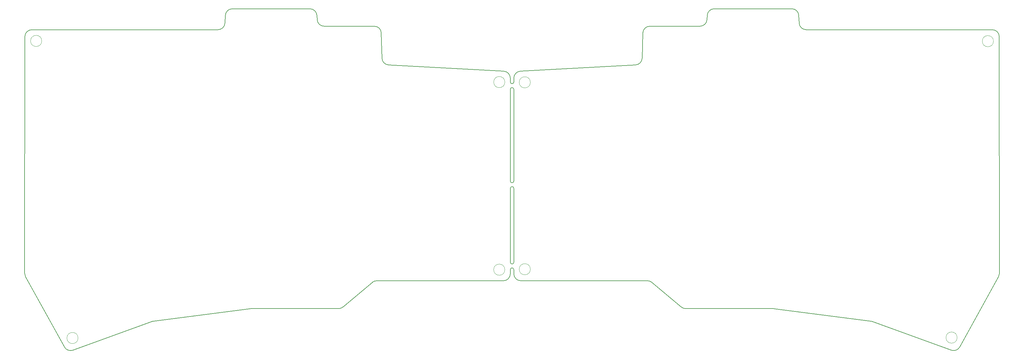
<source format=gbr>
%TF.GenerationSoftware,KiCad,Pcbnew,8.0.4*%
%TF.CreationDate,2024-08-22T13:40:17+01:00*%
%TF.ProjectId,TEST combine v2 left and right,54455354-2063-46f6-9d62-696e65207632,rev?*%
%TF.SameCoordinates,Original*%
%TF.FileFunction,Profile,NP*%
%FSLAX46Y46*%
G04 Gerber Fmt 4.6, Leading zero omitted, Abs format (unit mm)*
G04 Created by KiCad (PCBNEW 8.0.4) date 2024-08-22 13:40:17*
%MOMM*%
%LPD*%
G01*
G04 APERTURE LIST*
%TA.AperFunction,Profile*%
%ADD10C,0.150000*%
%TD*%
%TA.AperFunction,Profile*%
%ADD11C,0.050000*%
%TD*%
G04 APERTURE END LIST*
D10*
X156400000Y-114000000D02*
X156401797Y-115201795D01*
X157400000Y-114000000D02*
X157400000Y-115200000D01*
X157399998Y-90699999D02*
X157399998Y-111899999D01*
X156399998Y-90699999D02*
X156400002Y-111900001D01*
X156400000Y-88600000D02*
X156399998Y-62299999D01*
X157399998Y-62299999D02*
X157399996Y-88599998D01*
X157400002Y-59093975D02*
X157399996Y-60199998D01*
X156401796Y-59095771D02*
X156400000Y-60200000D01*
X156399998Y-90699999D02*
G75*
G02*
X157399998Y-90699999I500000J0D01*
G01*
X157399996Y-88599998D02*
G75*
G02*
X156400000Y-88600000I-499998J-1D01*
G01*
X156399998Y-62299999D02*
G75*
G02*
X157399998Y-62299999I500000J0D01*
G01*
X157399996Y-60199998D02*
G75*
G02*
X156400000Y-60200000I-499998J-1D01*
G01*
X157399998Y-111899999D02*
G75*
G02*
X156400002Y-111900001I-499998J-1D01*
G01*
X156400000Y-114000000D02*
G75*
G02*
X157400000Y-114000000I500000J0D01*
G01*
X159291171Y-57096936D02*
X192259824Y-55300285D01*
X157400002Y-59093975D02*
G75*
G02*
X159291170Y-57096919I2000042J-20D01*
G01*
X214783602Y-39199997D02*
X236997506Y-39199999D01*
X259596022Y-128774581D02*
G75*
G02*
X260024055Y-128878750I-256078J-1983714D01*
G01*
D11*
X284344244Y-133494295D02*
G75*
G02*
X281144244Y-133494295I-1600000J0D01*
G01*
X281144244Y-133494295D02*
G75*
G02*
X284344244Y-133494295I1600000J0D01*
G01*
D10*
X231771475Y-125200001D02*
X206629944Y-125200000D01*
X196346200Y-44199996D02*
X210716406Y-44199997D01*
X238995013Y-41100126D02*
X239104995Y-43299874D01*
X296214153Y-115988666D02*
X285074415Y-136196030D01*
X236997506Y-39200000D02*
G75*
G02*
X238995044Y-41100124I38J-1999995D01*
G01*
X231771476Y-125200001D02*
G75*
G02*
X232027483Y-125216454I-32J-2000494D01*
G01*
X259596022Y-128774581D02*
X232027483Y-125216453D01*
X285074416Y-136196032D02*
G75*
G02*
X282638893Y-137109854I-1751472J965537D01*
G01*
X212712817Y-42319786D02*
X212787191Y-41080215D01*
X206629942Y-125200001D02*
G75*
G02*
X205341665Y-124729819I2J2000006D01*
G01*
X241102503Y-45200000D02*
X294401798Y-45200001D01*
D11*
X162144244Y-113894295D02*
G75*
G02*
X158944244Y-113894295I-1600000J0D01*
G01*
X158944244Y-113894295D02*
G75*
G02*
X162144244Y-113894295I1600000J0D01*
G01*
D10*
X296401795Y-47198204D02*
X296462658Y-115021325D01*
X212712817Y-42319786D02*
G75*
G02*
X210716406Y-44199959I-1996373J119791D01*
G01*
X241102503Y-45200000D02*
G75*
G02*
X239105034Y-43299872I41J2000005D01*
G01*
X282638887Y-137109869D02*
X260024057Y-128878743D01*
D11*
X294744244Y-48494295D02*
G75*
G02*
X291544244Y-48494295I-1600000J0D01*
G01*
X291544244Y-48494295D02*
G75*
G02*
X294744244Y-48494295I1600000J0D01*
G01*
D10*
X294401798Y-45200001D02*
G75*
G02*
X296401737Y-47198204I-54J-1999994D01*
G01*
X212787191Y-41080215D02*
G75*
G02*
X214783602Y-39199952I1996453J-119780D01*
G01*
X159400004Y-117199999D02*
G75*
G02*
X157400040Y-115200000I40J2000004D01*
G01*
X195670068Y-117199998D02*
X159400004Y-117199999D01*
X194150249Y-53357767D02*
X194346947Y-46145473D01*
X205341664Y-124729821D02*
X196958341Y-117670178D01*
X296462658Y-115021325D02*
G75*
G02*
X296214142Y-115988660I-2000014J-1770D01*
G01*
X195670070Y-117200000D02*
G75*
G02*
X196958330Y-117670191I-26J-1999995D01*
G01*
X194150248Y-53357768D02*
G75*
G02*
X192259824Y-55300278I-1999304J54573D01*
G01*
D11*
X162144244Y-60294295D02*
G75*
G02*
X158944244Y-60294295I-1600000J0D01*
G01*
X158944244Y-60294295D02*
G75*
G02*
X162144244Y-60294295I1600000J0D01*
G01*
D10*
X194346946Y-46145476D02*
G75*
G02*
X196346200Y-44199954I1999298J-54519D01*
G01*
X117455598Y-44201795D02*
G75*
G02*
X119454866Y-46147269I20J-1999991D01*
G01*
D11*
X22236618Y-48421186D02*
G75*
G02*
X19036618Y-48421186I-1600000J0D01*
G01*
X19036618Y-48421186D02*
G75*
G02*
X22236618Y-48421186I1600000J0D01*
G01*
D10*
X103085393Y-44201794D02*
G75*
G02*
X101089001Y-42321579I25J2000008D01*
G01*
X108460132Y-124731617D02*
X116843460Y-117671972D01*
X74806790Y-41101920D02*
X74696803Y-43301668D01*
D11*
X154836618Y-114021186D02*
G75*
G02*
X151636618Y-114021186I-1600000J0D01*
G01*
X151636618Y-114021186D02*
G75*
G02*
X154836618Y-114021186I1600000J0D01*
G01*
D10*
X54205776Y-128776378D02*
X81774319Y-125218248D01*
X156401797Y-115201795D02*
G75*
G02*
X154401797Y-117201765I-1999979J9D01*
G01*
X17400000Y-47200000D02*
X17339139Y-115023121D01*
X17400000Y-47200000D02*
G75*
G02*
X19400001Y-45201767I2000018J-1786D01*
G01*
X31162913Y-137111665D02*
G75*
G02*
X28727433Y-136197799I-683995J1879379D01*
G01*
X31162914Y-137111665D02*
X53777745Y-128880541D01*
X53777745Y-128880541D02*
G75*
G02*
X54205776Y-128776375I684073J-1879445D01*
G01*
X74696804Y-43301669D02*
G75*
G02*
X72699297Y-45201768I-1997486J99883D01*
G01*
X101088983Y-42321580D02*
X101014610Y-41082010D01*
X99018199Y-39201795D02*
G75*
G02*
X101014619Y-41082009I19J-1999991D01*
G01*
X121541978Y-55302077D02*
G75*
G02*
X119651605Y-53359564I108840J1996991D01*
G01*
X17587648Y-115990464D02*
X28727383Y-136197826D01*
X119651554Y-53359565D02*
X119454853Y-46147269D01*
X17587648Y-115990464D02*
G75*
G02*
X17339122Y-115023121I1751470J965578D01*
G01*
D11*
X32636618Y-133621186D02*
G75*
G02*
X29436618Y-133621186I-1600000J0D01*
G01*
X29436618Y-133621186D02*
G75*
G02*
X32636618Y-133621186I1600000J0D01*
G01*
D10*
X74806789Y-41101921D02*
G75*
G02*
X76804295Y-39201762I1997529J-99865D01*
G01*
X116843460Y-117671971D02*
G75*
G02*
X118131732Y-117201800I1288258J-1529815D01*
G01*
X118131732Y-117201795D02*
X154401797Y-117201794D01*
D11*
X154836618Y-60221186D02*
G75*
G02*
X151636618Y-60221186I-1600000J0D01*
G01*
X151636618Y-60221186D02*
G75*
G02*
X154836618Y-60221186I1600000J0D01*
G01*
D10*
X72699297Y-45201794D02*
X19400001Y-45201793D01*
X154510627Y-57098733D02*
X121541979Y-55302075D01*
X117455597Y-44201794D02*
X103085393Y-44201794D01*
X81774320Y-125218247D02*
G75*
G02*
X82030328Y-125201796I255998J-1983539D01*
G01*
X108460131Y-124731617D02*
G75*
G02*
X107171859Y-125201819I-1288313J1529831D01*
G01*
X99018199Y-39201795D02*
X76804295Y-39201795D01*
X154510627Y-57098733D02*
G75*
G02*
X156401833Y-59095771I-108809J-1997053D01*
G01*
X82030328Y-125201795D02*
X107171859Y-125201794D01*
M02*

</source>
